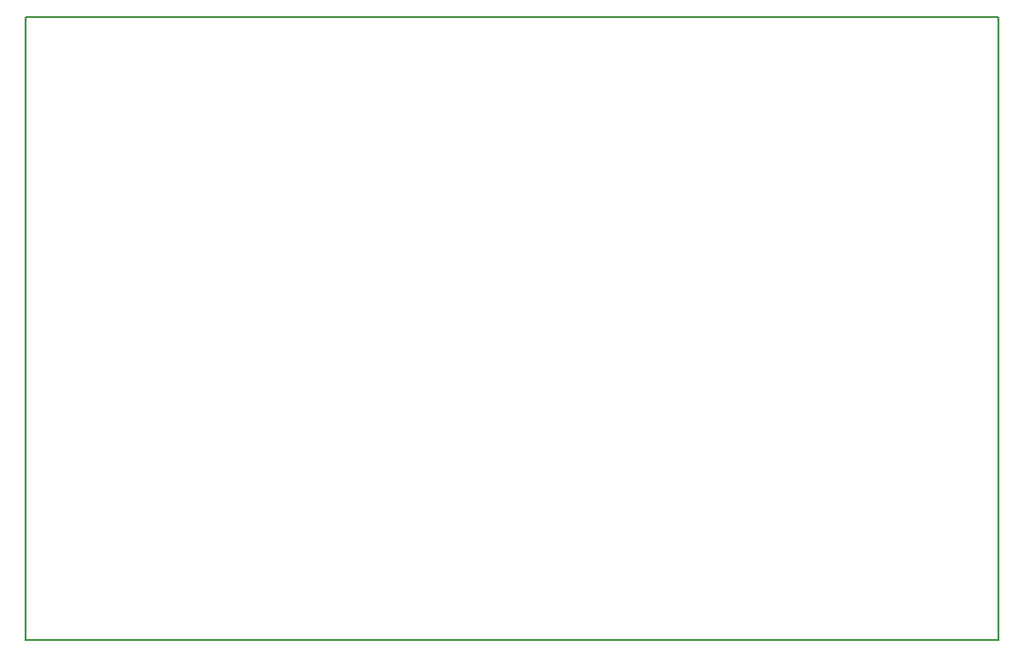
<source format=gbo>
G04 MADE WITH FRITZING*
G04 WWW.FRITZING.ORG*
G04 DOUBLE SIDED*
G04 HOLES PLATED*
G04 CONTOUR ON CENTER OF CONTOUR VECTOR*
%ASAXBY*%
%FSLAX23Y23*%
%MOIN*%
%OFA0B0*%
%SFA1.0B1.0*%
%ADD10R,3.432720X2.202890X3.416720X2.186890*%
%ADD11C,0.008000*%
%LNSILK0*%
G90*
G70*
G54D11*
X4Y2199D02*
X3429Y2199D01*
X3429Y4D01*
X4Y4D01*
X4Y2199D01*
D02*
G04 End of Silk0*
M02*
</source>
